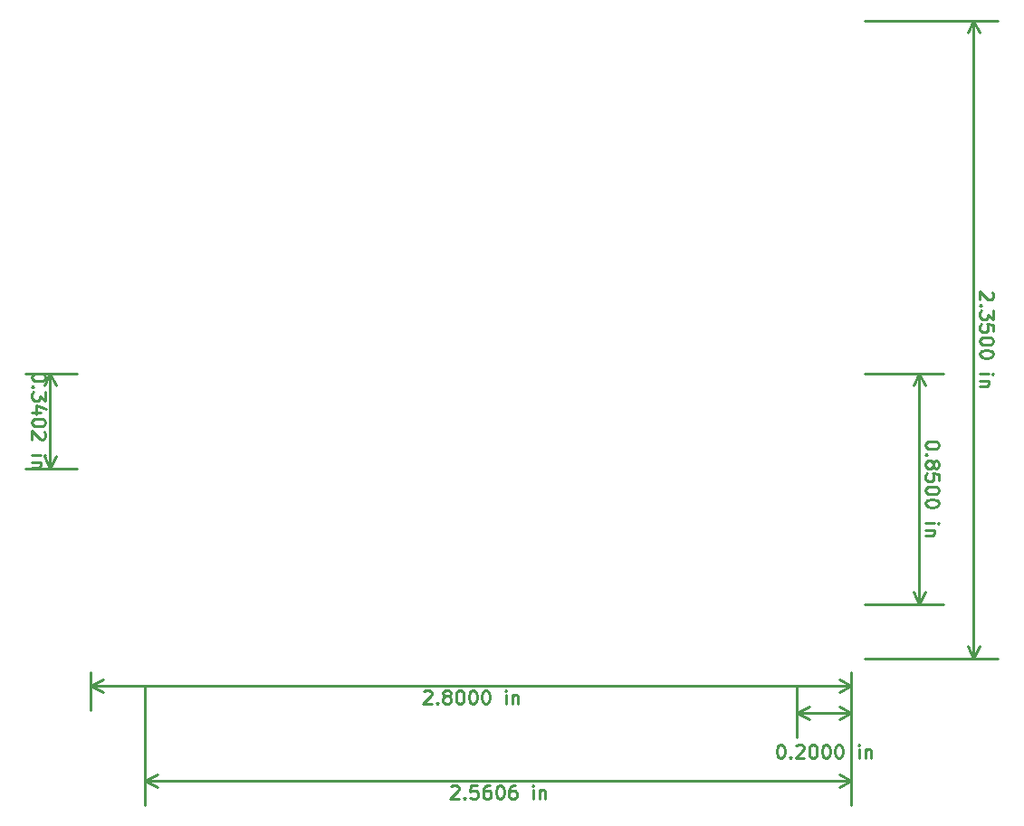
<source format=gbr>
G04 #@! TF.FileFunction,Drawing*
%FSLAX46Y46*%
G04 Gerber Fmt 4.6, Leading zero omitted, Abs format (unit mm)*
G04 Created by KiCad (PCBNEW 4.0.4-stable) date 01/08/17 17:33:34*
%MOMM*%
%LPD*%
G01*
G04 APERTURE LIST*
%ADD10C,0.254000*%
G04 APERTURE END LIST*
D10*
X46542476Y-90472381D02*
X46542476Y-90593333D01*
X46482000Y-90714285D01*
X46421524Y-90774762D01*
X46300571Y-90835238D01*
X46058667Y-90895714D01*
X45756286Y-90895714D01*
X45514381Y-90835238D01*
X45393429Y-90774762D01*
X45332952Y-90714285D01*
X45272476Y-90593333D01*
X45272476Y-90472381D01*
X45332952Y-90351428D01*
X45393429Y-90290952D01*
X45514381Y-90230476D01*
X45756286Y-90170000D01*
X46058667Y-90170000D01*
X46300571Y-90230476D01*
X46421524Y-90290952D01*
X46482000Y-90351428D01*
X46542476Y-90472381D01*
X45393429Y-91440000D02*
X45332952Y-91500476D01*
X45272476Y-91440000D01*
X45332952Y-91379524D01*
X45393429Y-91440000D01*
X45272476Y-91440000D01*
X46542476Y-91923810D02*
X46542476Y-92710000D01*
X46058667Y-92286667D01*
X46058667Y-92468095D01*
X45998190Y-92589048D01*
X45937714Y-92649524D01*
X45816762Y-92710000D01*
X45514381Y-92710000D01*
X45393429Y-92649524D01*
X45332952Y-92589048D01*
X45272476Y-92468095D01*
X45272476Y-92105238D01*
X45332952Y-91984286D01*
X45393429Y-91923810D01*
X46119143Y-93798572D02*
X45272476Y-93798572D01*
X46602952Y-93496191D02*
X45695810Y-93193810D01*
X45695810Y-93980000D01*
X46542476Y-94705715D02*
X46542476Y-94826667D01*
X46482000Y-94947619D01*
X46421524Y-95008096D01*
X46300571Y-95068572D01*
X46058667Y-95129048D01*
X45756286Y-95129048D01*
X45514381Y-95068572D01*
X45393429Y-95008096D01*
X45332952Y-94947619D01*
X45272476Y-94826667D01*
X45272476Y-94705715D01*
X45332952Y-94584762D01*
X45393429Y-94524286D01*
X45514381Y-94463810D01*
X45756286Y-94403334D01*
X46058667Y-94403334D01*
X46300571Y-94463810D01*
X46421524Y-94524286D01*
X46482000Y-94584762D01*
X46542476Y-94705715D01*
X46421524Y-95612858D02*
X46482000Y-95673334D01*
X46542476Y-95794286D01*
X46542476Y-96096667D01*
X46482000Y-96217620D01*
X46421524Y-96278096D01*
X46300571Y-96338572D01*
X46179619Y-96338572D01*
X45998190Y-96278096D01*
X45272476Y-95552382D01*
X45272476Y-96338572D01*
X45272476Y-97850477D02*
X46119143Y-97850477D01*
X46542476Y-97850477D02*
X46482000Y-97790001D01*
X46421524Y-97850477D01*
X46482000Y-97910953D01*
X46542476Y-97850477D01*
X46421524Y-97850477D01*
X46119143Y-98455239D02*
X45272476Y-98455239D01*
X45998190Y-98455239D02*
X46058667Y-98515715D01*
X46119143Y-98636668D01*
X46119143Y-98818096D01*
X46058667Y-98939048D01*
X45937714Y-98999525D01*
X45272476Y-98999525D01*
X46990000Y-90170000D02*
X46990000Y-99060000D01*
X49530000Y-90170000D02*
X44704000Y-90170000D01*
X49530000Y-99060000D02*
X44704000Y-99060000D01*
X46990000Y-99060000D02*
X46403579Y-97933496D01*
X46990000Y-99060000D02*
X47576421Y-97933496D01*
X46990000Y-90170000D02*
X46403579Y-91296504D01*
X46990000Y-90170000D02*
X47576421Y-91296504D01*
X135067524Y-82550000D02*
X135128000Y-82610476D01*
X135188476Y-82731428D01*
X135188476Y-83033809D01*
X135128000Y-83154762D01*
X135067524Y-83215238D01*
X134946571Y-83275714D01*
X134825619Y-83275714D01*
X134644190Y-83215238D01*
X133918476Y-82489524D01*
X133918476Y-83275714D01*
X134039429Y-83820000D02*
X133978952Y-83880476D01*
X133918476Y-83820000D01*
X133978952Y-83759524D01*
X134039429Y-83820000D01*
X133918476Y-83820000D01*
X135188476Y-84303810D02*
X135188476Y-85090000D01*
X134704667Y-84666667D01*
X134704667Y-84848095D01*
X134644190Y-84969048D01*
X134583714Y-85029524D01*
X134462762Y-85090000D01*
X134160381Y-85090000D01*
X134039429Y-85029524D01*
X133978952Y-84969048D01*
X133918476Y-84848095D01*
X133918476Y-84485238D01*
X133978952Y-84364286D01*
X134039429Y-84303810D01*
X135188476Y-86239048D02*
X135188476Y-85634286D01*
X134583714Y-85573810D01*
X134644190Y-85634286D01*
X134704667Y-85755238D01*
X134704667Y-86057619D01*
X134644190Y-86178572D01*
X134583714Y-86239048D01*
X134462762Y-86299524D01*
X134160381Y-86299524D01*
X134039429Y-86239048D01*
X133978952Y-86178572D01*
X133918476Y-86057619D01*
X133918476Y-85755238D01*
X133978952Y-85634286D01*
X134039429Y-85573810D01*
X135188476Y-87085715D02*
X135188476Y-87206667D01*
X135128000Y-87327619D01*
X135067524Y-87388096D01*
X134946571Y-87448572D01*
X134704667Y-87509048D01*
X134402286Y-87509048D01*
X134160381Y-87448572D01*
X134039429Y-87388096D01*
X133978952Y-87327619D01*
X133918476Y-87206667D01*
X133918476Y-87085715D01*
X133978952Y-86964762D01*
X134039429Y-86904286D01*
X134160381Y-86843810D01*
X134402286Y-86783334D01*
X134704667Y-86783334D01*
X134946571Y-86843810D01*
X135067524Y-86904286D01*
X135128000Y-86964762D01*
X135188476Y-87085715D01*
X135188476Y-88295239D02*
X135188476Y-88416191D01*
X135128000Y-88537143D01*
X135067524Y-88597620D01*
X134946571Y-88658096D01*
X134704667Y-88718572D01*
X134402286Y-88718572D01*
X134160381Y-88658096D01*
X134039429Y-88597620D01*
X133978952Y-88537143D01*
X133918476Y-88416191D01*
X133918476Y-88295239D01*
X133978952Y-88174286D01*
X134039429Y-88113810D01*
X134160381Y-88053334D01*
X134402286Y-87992858D01*
X134704667Y-87992858D01*
X134946571Y-88053334D01*
X135067524Y-88113810D01*
X135128000Y-88174286D01*
X135188476Y-88295239D01*
X133918476Y-90230477D02*
X134765143Y-90230477D01*
X135188476Y-90230477D02*
X135128000Y-90170001D01*
X135067524Y-90230477D01*
X135128000Y-90290953D01*
X135188476Y-90230477D01*
X135067524Y-90230477D01*
X134765143Y-90835239D02*
X133918476Y-90835239D01*
X134644190Y-90835239D02*
X134704667Y-90895715D01*
X134765143Y-91016668D01*
X134765143Y-91198096D01*
X134704667Y-91319048D01*
X134583714Y-91379525D01*
X133918476Y-91379525D01*
X133350000Y-57150000D02*
X133350000Y-116840000D01*
X123190000Y-57150000D02*
X135636000Y-57150000D01*
X123190000Y-116840000D02*
X135636000Y-116840000D01*
X133350000Y-116840000D02*
X132763579Y-115713496D01*
X133350000Y-116840000D02*
X133936421Y-115713496D01*
X133350000Y-57150000D02*
X132763579Y-58276504D01*
X133350000Y-57150000D02*
X133936421Y-58276504D01*
X130108476Y-96822381D02*
X130108476Y-96943333D01*
X130048000Y-97064285D01*
X129987524Y-97124762D01*
X129866571Y-97185238D01*
X129624667Y-97245714D01*
X129322286Y-97245714D01*
X129080381Y-97185238D01*
X128959429Y-97124762D01*
X128898952Y-97064285D01*
X128838476Y-96943333D01*
X128838476Y-96822381D01*
X128898952Y-96701428D01*
X128959429Y-96640952D01*
X129080381Y-96580476D01*
X129322286Y-96520000D01*
X129624667Y-96520000D01*
X129866571Y-96580476D01*
X129987524Y-96640952D01*
X130048000Y-96701428D01*
X130108476Y-96822381D01*
X128959429Y-97790000D02*
X128898952Y-97850476D01*
X128838476Y-97790000D01*
X128898952Y-97729524D01*
X128959429Y-97790000D01*
X128838476Y-97790000D01*
X129564190Y-98576191D02*
X129624667Y-98455238D01*
X129685143Y-98394762D01*
X129806095Y-98334286D01*
X129866571Y-98334286D01*
X129987524Y-98394762D01*
X130048000Y-98455238D01*
X130108476Y-98576191D01*
X130108476Y-98818095D01*
X130048000Y-98939048D01*
X129987524Y-98999524D01*
X129866571Y-99060000D01*
X129806095Y-99060000D01*
X129685143Y-98999524D01*
X129624667Y-98939048D01*
X129564190Y-98818095D01*
X129564190Y-98576191D01*
X129503714Y-98455238D01*
X129443238Y-98394762D01*
X129322286Y-98334286D01*
X129080381Y-98334286D01*
X128959429Y-98394762D01*
X128898952Y-98455238D01*
X128838476Y-98576191D01*
X128838476Y-98818095D01*
X128898952Y-98939048D01*
X128959429Y-98999524D01*
X129080381Y-99060000D01*
X129322286Y-99060000D01*
X129443238Y-98999524D01*
X129503714Y-98939048D01*
X129564190Y-98818095D01*
X130108476Y-100209048D02*
X130108476Y-99604286D01*
X129503714Y-99543810D01*
X129564190Y-99604286D01*
X129624667Y-99725238D01*
X129624667Y-100027619D01*
X129564190Y-100148572D01*
X129503714Y-100209048D01*
X129382762Y-100269524D01*
X129080381Y-100269524D01*
X128959429Y-100209048D01*
X128898952Y-100148572D01*
X128838476Y-100027619D01*
X128838476Y-99725238D01*
X128898952Y-99604286D01*
X128959429Y-99543810D01*
X130108476Y-101055715D02*
X130108476Y-101176667D01*
X130048000Y-101297619D01*
X129987524Y-101358096D01*
X129866571Y-101418572D01*
X129624667Y-101479048D01*
X129322286Y-101479048D01*
X129080381Y-101418572D01*
X128959429Y-101358096D01*
X128898952Y-101297619D01*
X128838476Y-101176667D01*
X128838476Y-101055715D01*
X128898952Y-100934762D01*
X128959429Y-100874286D01*
X129080381Y-100813810D01*
X129322286Y-100753334D01*
X129624667Y-100753334D01*
X129866571Y-100813810D01*
X129987524Y-100874286D01*
X130048000Y-100934762D01*
X130108476Y-101055715D01*
X130108476Y-102265239D02*
X130108476Y-102386191D01*
X130048000Y-102507143D01*
X129987524Y-102567620D01*
X129866571Y-102628096D01*
X129624667Y-102688572D01*
X129322286Y-102688572D01*
X129080381Y-102628096D01*
X128959429Y-102567620D01*
X128898952Y-102507143D01*
X128838476Y-102386191D01*
X128838476Y-102265239D01*
X128898952Y-102144286D01*
X128959429Y-102083810D01*
X129080381Y-102023334D01*
X129322286Y-101962858D01*
X129624667Y-101962858D01*
X129866571Y-102023334D01*
X129987524Y-102083810D01*
X130048000Y-102144286D01*
X130108476Y-102265239D01*
X128838476Y-104200477D02*
X129685143Y-104200477D01*
X130108476Y-104200477D02*
X130048000Y-104140001D01*
X129987524Y-104200477D01*
X130048000Y-104260953D01*
X130108476Y-104200477D01*
X129987524Y-104200477D01*
X129685143Y-104805239D02*
X128838476Y-104805239D01*
X129564190Y-104805239D02*
X129624667Y-104865715D01*
X129685143Y-104986668D01*
X129685143Y-105168096D01*
X129624667Y-105289048D01*
X129503714Y-105349525D01*
X128838476Y-105349525D01*
X128270000Y-90170000D02*
X128270000Y-111760000D01*
X123190000Y-90170000D02*
X130556000Y-90170000D01*
X123190000Y-111760000D02*
X130556000Y-111760000D01*
X128270000Y-111760000D02*
X127683579Y-110633496D01*
X128270000Y-111760000D02*
X128856421Y-110633496D01*
X128270000Y-90170000D02*
X127683579Y-91296504D01*
X128270000Y-90170000D02*
X128856421Y-91296504D01*
X84455000Y-128838476D02*
X84515476Y-128778000D01*
X84636428Y-128717524D01*
X84938809Y-128717524D01*
X85059762Y-128778000D01*
X85120238Y-128838476D01*
X85180714Y-128959429D01*
X85180714Y-129080381D01*
X85120238Y-129261810D01*
X84394524Y-129987524D01*
X85180714Y-129987524D01*
X85725000Y-129866571D02*
X85785476Y-129927048D01*
X85725000Y-129987524D01*
X85664524Y-129927048D01*
X85725000Y-129866571D01*
X85725000Y-129987524D01*
X86934524Y-128717524D02*
X86329762Y-128717524D01*
X86269286Y-129322286D01*
X86329762Y-129261810D01*
X86450714Y-129201333D01*
X86753095Y-129201333D01*
X86874048Y-129261810D01*
X86934524Y-129322286D01*
X86995000Y-129443238D01*
X86995000Y-129745619D01*
X86934524Y-129866571D01*
X86874048Y-129927048D01*
X86753095Y-129987524D01*
X86450714Y-129987524D01*
X86329762Y-129927048D01*
X86269286Y-129866571D01*
X88083572Y-128717524D02*
X87841667Y-128717524D01*
X87720715Y-128778000D01*
X87660238Y-128838476D01*
X87539286Y-129019905D01*
X87478810Y-129261810D01*
X87478810Y-129745619D01*
X87539286Y-129866571D01*
X87599762Y-129927048D01*
X87720715Y-129987524D01*
X87962619Y-129987524D01*
X88083572Y-129927048D01*
X88144048Y-129866571D01*
X88204524Y-129745619D01*
X88204524Y-129443238D01*
X88144048Y-129322286D01*
X88083572Y-129261810D01*
X87962619Y-129201333D01*
X87720715Y-129201333D01*
X87599762Y-129261810D01*
X87539286Y-129322286D01*
X87478810Y-129443238D01*
X88990715Y-128717524D02*
X89111667Y-128717524D01*
X89232619Y-128778000D01*
X89293096Y-128838476D01*
X89353572Y-128959429D01*
X89414048Y-129201333D01*
X89414048Y-129503714D01*
X89353572Y-129745619D01*
X89293096Y-129866571D01*
X89232619Y-129927048D01*
X89111667Y-129987524D01*
X88990715Y-129987524D01*
X88869762Y-129927048D01*
X88809286Y-129866571D01*
X88748810Y-129745619D01*
X88688334Y-129503714D01*
X88688334Y-129201333D01*
X88748810Y-128959429D01*
X88809286Y-128838476D01*
X88869762Y-128778000D01*
X88990715Y-128717524D01*
X90502620Y-128717524D02*
X90260715Y-128717524D01*
X90139763Y-128778000D01*
X90079286Y-128838476D01*
X89958334Y-129019905D01*
X89897858Y-129261810D01*
X89897858Y-129745619D01*
X89958334Y-129866571D01*
X90018810Y-129927048D01*
X90139763Y-129987524D01*
X90381667Y-129987524D01*
X90502620Y-129927048D01*
X90563096Y-129866571D01*
X90623572Y-129745619D01*
X90623572Y-129443238D01*
X90563096Y-129322286D01*
X90502620Y-129261810D01*
X90381667Y-129201333D01*
X90139763Y-129201333D01*
X90018810Y-129261810D01*
X89958334Y-129322286D01*
X89897858Y-129443238D01*
X92135477Y-129987524D02*
X92135477Y-129140857D01*
X92135477Y-128717524D02*
X92075001Y-128778000D01*
X92135477Y-128838476D01*
X92195953Y-128778000D01*
X92135477Y-128717524D01*
X92135477Y-128838476D01*
X92740239Y-129140857D02*
X92740239Y-129987524D01*
X92740239Y-129261810D02*
X92800715Y-129201333D01*
X92921668Y-129140857D01*
X93103096Y-129140857D01*
X93224048Y-129201333D01*
X93284525Y-129322286D01*
X93284525Y-129987524D01*
X121920000Y-128270000D02*
X55880000Y-128270000D01*
X121920000Y-119380000D02*
X121920000Y-130556000D01*
X55880000Y-119380000D02*
X55880000Y-130556000D01*
X55880000Y-128270000D02*
X57006504Y-127683579D01*
X55880000Y-128270000D02*
X57006504Y-128856421D01*
X121920000Y-128270000D02*
X120793496Y-127683579D01*
X121920000Y-128270000D02*
X120793496Y-128856421D01*
X115237381Y-124907524D02*
X115358333Y-124907524D01*
X115479285Y-124968000D01*
X115539762Y-125028476D01*
X115600238Y-125149429D01*
X115660714Y-125391333D01*
X115660714Y-125693714D01*
X115600238Y-125935619D01*
X115539762Y-126056571D01*
X115479285Y-126117048D01*
X115358333Y-126177524D01*
X115237381Y-126177524D01*
X115116428Y-126117048D01*
X115055952Y-126056571D01*
X114995476Y-125935619D01*
X114935000Y-125693714D01*
X114935000Y-125391333D01*
X114995476Y-125149429D01*
X115055952Y-125028476D01*
X115116428Y-124968000D01*
X115237381Y-124907524D01*
X116205000Y-126056571D02*
X116265476Y-126117048D01*
X116205000Y-126177524D01*
X116144524Y-126117048D01*
X116205000Y-126056571D01*
X116205000Y-126177524D01*
X116749286Y-125028476D02*
X116809762Y-124968000D01*
X116930714Y-124907524D01*
X117233095Y-124907524D01*
X117354048Y-124968000D01*
X117414524Y-125028476D01*
X117475000Y-125149429D01*
X117475000Y-125270381D01*
X117414524Y-125451810D01*
X116688810Y-126177524D01*
X117475000Y-126177524D01*
X118261191Y-124907524D02*
X118382143Y-124907524D01*
X118503095Y-124968000D01*
X118563572Y-125028476D01*
X118624048Y-125149429D01*
X118684524Y-125391333D01*
X118684524Y-125693714D01*
X118624048Y-125935619D01*
X118563572Y-126056571D01*
X118503095Y-126117048D01*
X118382143Y-126177524D01*
X118261191Y-126177524D01*
X118140238Y-126117048D01*
X118079762Y-126056571D01*
X118019286Y-125935619D01*
X117958810Y-125693714D01*
X117958810Y-125391333D01*
X118019286Y-125149429D01*
X118079762Y-125028476D01*
X118140238Y-124968000D01*
X118261191Y-124907524D01*
X119470715Y-124907524D02*
X119591667Y-124907524D01*
X119712619Y-124968000D01*
X119773096Y-125028476D01*
X119833572Y-125149429D01*
X119894048Y-125391333D01*
X119894048Y-125693714D01*
X119833572Y-125935619D01*
X119773096Y-126056571D01*
X119712619Y-126117048D01*
X119591667Y-126177524D01*
X119470715Y-126177524D01*
X119349762Y-126117048D01*
X119289286Y-126056571D01*
X119228810Y-125935619D01*
X119168334Y-125693714D01*
X119168334Y-125391333D01*
X119228810Y-125149429D01*
X119289286Y-125028476D01*
X119349762Y-124968000D01*
X119470715Y-124907524D01*
X120680239Y-124907524D02*
X120801191Y-124907524D01*
X120922143Y-124968000D01*
X120982620Y-125028476D01*
X121043096Y-125149429D01*
X121103572Y-125391333D01*
X121103572Y-125693714D01*
X121043096Y-125935619D01*
X120982620Y-126056571D01*
X120922143Y-126117048D01*
X120801191Y-126177524D01*
X120680239Y-126177524D01*
X120559286Y-126117048D01*
X120498810Y-126056571D01*
X120438334Y-125935619D01*
X120377858Y-125693714D01*
X120377858Y-125391333D01*
X120438334Y-125149429D01*
X120498810Y-125028476D01*
X120559286Y-124968000D01*
X120680239Y-124907524D01*
X122615477Y-126177524D02*
X122615477Y-125330857D01*
X122615477Y-124907524D02*
X122555001Y-124968000D01*
X122615477Y-125028476D01*
X122675953Y-124968000D01*
X122615477Y-124907524D01*
X122615477Y-125028476D01*
X123220239Y-125330857D02*
X123220239Y-126177524D01*
X123220239Y-125451810D02*
X123280715Y-125391333D01*
X123401668Y-125330857D01*
X123583096Y-125330857D01*
X123704048Y-125391333D01*
X123764525Y-125512286D01*
X123764525Y-126177524D01*
X116840000Y-121920000D02*
X121920000Y-121920000D01*
X116840000Y-119380000D02*
X116840000Y-124206000D01*
X121920000Y-119380000D02*
X121920000Y-124206000D01*
X121920000Y-121920000D02*
X120793496Y-122506421D01*
X121920000Y-121920000D02*
X120793496Y-121333579D01*
X116840000Y-121920000D02*
X117966504Y-122506421D01*
X116840000Y-121920000D02*
X117966504Y-121333579D01*
X81915000Y-119948475D02*
X81975476Y-119887999D01*
X82096428Y-119827523D01*
X82398809Y-119827523D01*
X82519762Y-119887999D01*
X82580238Y-119948475D01*
X82640714Y-120069428D01*
X82640714Y-120190380D01*
X82580238Y-120371809D01*
X81854524Y-121097523D01*
X82640714Y-121097523D01*
X83185000Y-120976570D02*
X83245476Y-121037047D01*
X83185000Y-121097523D01*
X83124524Y-121037047D01*
X83185000Y-120976570D01*
X83185000Y-121097523D01*
X83971191Y-120371809D02*
X83850238Y-120311332D01*
X83789762Y-120250856D01*
X83729286Y-120129904D01*
X83729286Y-120069428D01*
X83789762Y-119948475D01*
X83850238Y-119887999D01*
X83971191Y-119827523D01*
X84213095Y-119827523D01*
X84334048Y-119887999D01*
X84394524Y-119948475D01*
X84455000Y-120069428D01*
X84455000Y-120129904D01*
X84394524Y-120250856D01*
X84334048Y-120311332D01*
X84213095Y-120371809D01*
X83971191Y-120371809D01*
X83850238Y-120432285D01*
X83789762Y-120492761D01*
X83729286Y-120613713D01*
X83729286Y-120855618D01*
X83789762Y-120976570D01*
X83850238Y-121037047D01*
X83971191Y-121097523D01*
X84213095Y-121097523D01*
X84334048Y-121037047D01*
X84394524Y-120976570D01*
X84455000Y-120855618D01*
X84455000Y-120613713D01*
X84394524Y-120492761D01*
X84334048Y-120432285D01*
X84213095Y-120371809D01*
X85241191Y-119827523D02*
X85362143Y-119827523D01*
X85483095Y-119887999D01*
X85543572Y-119948475D01*
X85604048Y-120069428D01*
X85664524Y-120311332D01*
X85664524Y-120613713D01*
X85604048Y-120855618D01*
X85543572Y-120976570D01*
X85483095Y-121037047D01*
X85362143Y-121097523D01*
X85241191Y-121097523D01*
X85120238Y-121037047D01*
X85059762Y-120976570D01*
X84999286Y-120855618D01*
X84938810Y-120613713D01*
X84938810Y-120311332D01*
X84999286Y-120069428D01*
X85059762Y-119948475D01*
X85120238Y-119887999D01*
X85241191Y-119827523D01*
X86450715Y-119827523D02*
X86571667Y-119827523D01*
X86692619Y-119887999D01*
X86753096Y-119948475D01*
X86813572Y-120069428D01*
X86874048Y-120311332D01*
X86874048Y-120613713D01*
X86813572Y-120855618D01*
X86753096Y-120976570D01*
X86692619Y-121037047D01*
X86571667Y-121097523D01*
X86450715Y-121097523D01*
X86329762Y-121037047D01*
X86269286Y-120976570D01*
X86208810Y-120855618D01*
X86148334Y-120613713D01*
X86148334Y-120311332D01*
X86208810Y-120069428D01*
X86269286Y-119948475D01*
X86329762Y-119887999D01*
X86450715Y-119827523D01*
X87660239Y-119827523D02*
X87781191Y-119827523D01*
X87902143Y-119887999D01*
X87962620Y-119948475D01*
X88023096Y-120069428D01*
X88083572Y-120311332D01*
X88083572Y-120613713D01*
X88023096Y-120855618D01*
X87962620Y-120976570D01*
X87902143Y-121037047D01*
X87781191Y-121097523D01*
X87660239Y-121097523D01*
X87539286Y-121037047D01*
X87478810Y-120976570D01*
X87418334Y-120855618D01*
X87357858Y-120613713D01*
X87357858Y-120311332D01*
X87418334Y-120069428D01*
X87478810Y-119948475D01*
X87539286Y-119887999D01*
X87660239Y-119827523D01*
X89595477Y-121097523D02*
X89595477Y-120250856D01*
X89595477Y-119827523D02*
X89535001Y-119887999D01*
X89595477Y-119948475D01*
X89655953Y-119887999D01*
X89595477Y-119827523D01*
X89595477Y-119948475D01*
X90200239Y-120250856D02*
X90200239Y-121097523D01*
X90200239Y-120371809D02*
X90260715Y-120311332D01*
X90381668Y-120250856D01*
X90563096Y-120250856D01*
X90684048Y-120311332D01*
X90744525Y-120432285D01*
X90744525Y-121097523D01*
X50800000Y-119379999D02*
X121920000Y-119379999D01*
X50800000Y-118110000D02*
X50800000Y-121665999D01*
X121920000Y-118110000D02*
X121920000Y-121665999D01*
X121920000Y-119379999D02*
X120793496Y-119966420D01*
X121920000Y-119379999D02*
X120793496Y-118793578D01*
X50800000Y-119379999D02*
X51926504Y-119966420D01*
X50800000Y-119379999D02*
X51926504Y-118793578D01*
M02*

</source>
